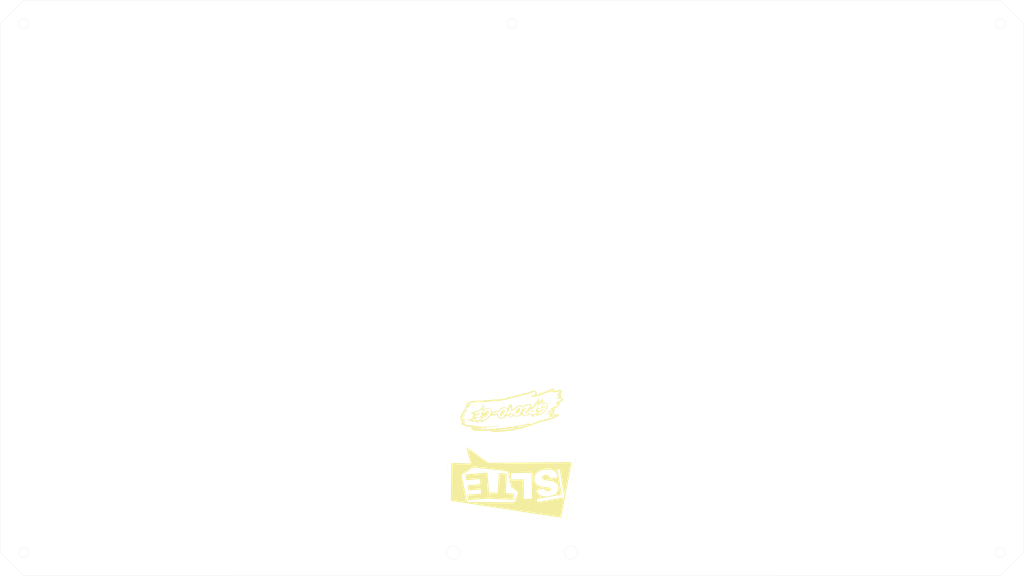
<source format=kicad_pcb>
(kicad_pcb (version 20240108) (generator "pcbnew") (generator_version "8.0")
  (layers (0 "F.Cu" signal) (31 "B.Cu" signal) (34 "B.Paste" user) (35 "F.Paste" user) (36 "B.SilkS" user "B.Silkscreen") (37 "F.SilkS" user "F.Silkscreen") (38 "B.Mask" user) (39 "F.Mask" user) (44 "Edge.Cuts" user))
  (net 0 "")
  (footprint "LOGO" (layer "F.Cu") (at 204.4 196 180)
    (property "Reference" "G***" (hide yes))
    (property "Value" "LOGO" (hide yes))
  )
  (footprint "LOGO" (layer "F.Cu") (at 204.4 171.8 180)
    (property "Reference" "G***" (hide yes))
    (property "Value" "LOGO" (hide yes))
  )
  (gr_circle (center 38.199496 220.211157) (end 39.899496 220.211157) (stroke (width 0.05)) (fill none) (layer "Edge.Cuts"))
  (gr_circle (center 370.893733 39.907325) (end 372.593733 39.907325) (stroke (width 0.05)) (fill none) (layer "Edge.Cuts"))
  (gr_circle (center 38.193228 39.911401) (end 39.893228 39.911401) (stroke (width 0.05)) (fill none) (layer "Edge.Cuts"))
  (gr_line (start 378.843702 39.907028) (end 378.849748 220.199986) (stroke (width 0.05)) (layer "Edge.Cuts"))
  (gr_line (start 370.893635 31.957325) (end 378.843702 39.907028) (stroke (width 0.05)) (layer "Edge.Cuts"))
  (gr_line (start 30.249748 220.211676) (end 30.243702 39.911193) (stroke (width 0.05)) (layer "Edge.Cuts"))
  (gr_line (start 370.900267 228.15) (end 38.199762 228.161157) (stroke (width 0.05)) (layer "Edge.Cuts"))
  (gr_circle (center 370.9 220.2) (end 372.6 220.2) (stroke (width 0.05)) (fill none) (layer "Edge.Cuts"))
  (gr_line (start 378.849748 220.199986) (end 370.900267 228.15) (stroke (width 0.05)) (layer "Edge.Cuts"))
  (gr_line (start 30.243702 39.911193) (end 38.19313 31.961401) (stroke (width 0.05)) (layer "Edge.Cuts"))
  (gr_line (start 38.199762 228.161157) (end 30.249748 220.211676) (stroke (width 0.05)) (layer "Edge.Cuts"))
  (gr_line (start 38.19313 31.961401) (end 370.893635 31.957325) (stroke (width 0.05)) (layer "Edge.Cuts"))
  (gr_circle (center 224.630748 220.205472) (end 226.880748 220.205472) (stroke (width 0.05)) (fill none) (layer "Edge.Cuts"))
  (gr_circle (center 184.468748 220.206237) (end 186.718748 220.206237) (stroke (width 0.05)) (fill none) (layer "Edge.Cuts"))
  (gr_circle (center 204.543227 39.909363) (end 206.243227 39.909363) (stroke (width 0.05)) (fill none) (layer "Edge.Cuts"))
)
</source>
